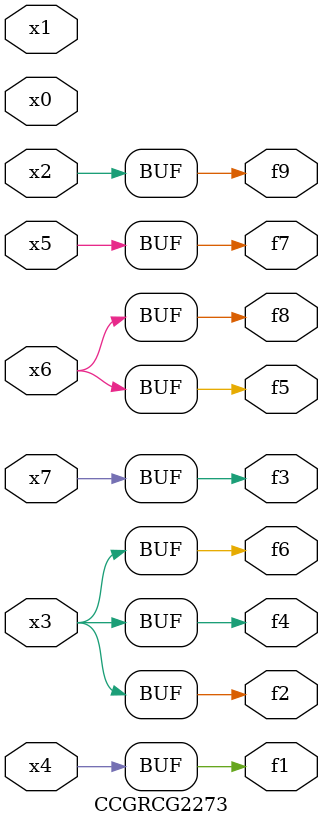
<source format=v>
module CCGRCG2273(
	input x0, x1, x2, x3, x4, x5, x6, x7,
	output f1, f2, f3, f4, f5, f6, f7, f8, f9
);
	assign f1 = x4;
	assign f2 = x3;
	assign f3 = x7;
	assign f4 = x3;
	assign f5 = x6;
	assign f6 = x3;
	assign f7 = x5;
	assign f8 = x6;
	assign f9 = x2;
endmodule

</source>
